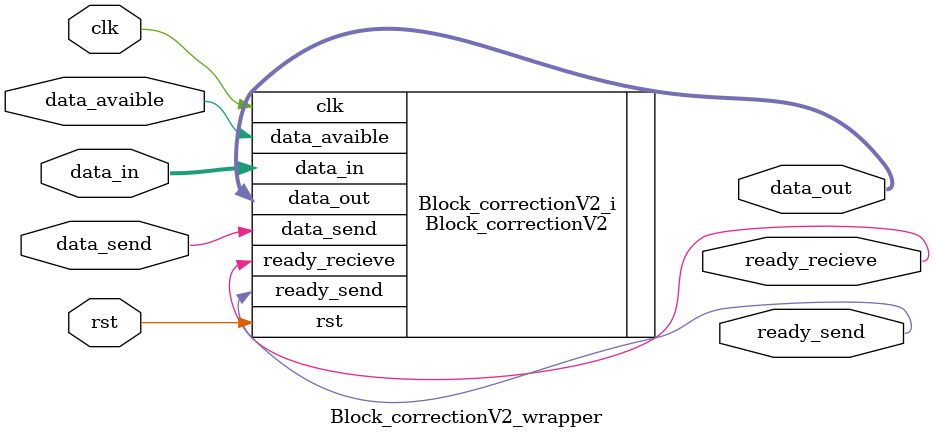
<source format=v>
`timescale 1 ps / 1 ps

module Block_correctionV2_wrapper
   (clk,
    data_avaible,
    data_in,
    data_out,
    data_send,
    ready_recieve,
    ready_send,
    rst);
  input clk;
  input data_avaible;
  input [79:0]data_in;
  output [63:0]data_out;
  input data_send;
  output ready_recieve;
  output ready_send;
  input rst;

  wire clk;
  wire data_avaible;
  wire [79:0]data_in;
  wire [63:0]data_out;
  wire data_send;
  wire ready_recieve;
  wire ready_send;
  wire rst;

  Block_correctionV2 Block_correctionV2_i
       (.clk(clk),
        .data_avaible(data_avaible),
        .data_in(data_in),
        .data_out(data_out),
        .data_send(data_send),
        .ready_recieve(ready_recieve),
        .ready_send(ready_send),
        .rst(rst));
endmodule

</source>
